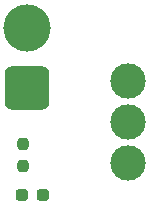
<source format=gts>
G04 #@! TF.GenerationSoftware,KiCad,Pcbnew,9.0.2-9.0.2-0~ubuntu24.04.1*
G04 #@! TF.CreationDate,2025-06-11T11:10:21+02:00*
G04 #@! TF.ProjectId,PCB_Affichage,5043425f-4166-4666-9963-686167652e6b,rev?*
G04 #@! TF.SameCoordinates,Original*
G04 #@! TF.FileFunction,Soldermask,Top*
G04 #@! TF.FilePolarity,Negative*
%FSLAX46Y46*%
G04 Gerber Fmt 4.6, Leading zero omitted, Abs format (unit mm)*
G04 Created by KiCad (PCBNEW 9.0.2-9.0.2-0~ubuntu24.04.1) date 2025-06-11 11:10:21*
%MOMM*%
%LPD*%
G01*
G04 APERTURE LIST*
G04 Aperture macros list*
%AMRoundRect*
0 Rectangle with rounded corners*
0 $1 Rounding radius*
0 $2 $3 $4 $5 $6 $7 $8 $9 X,Y pos of 4 corners*
0 Add a 4 corners polygon primitive as box body*
4,1,4,$2,$3,$4,$5,$6,$7,$8,$9,$2,$3,0*
0 Add four circle primitives for the rounded corners*
1,1,$1+$1,$2,$3*
1,1,$1+$1,$4,$5*
1,1,$1+$1,$6,$7*
1,1,$1+$1,$8,$9*
0 Add four rect primitives between the rounded corners*
20,1,$1+$1,$2,$3,$4,$5,0*
20,1,$1+$1,$4,$5,$6,$7,0*
20,1,$1+$1,$6,$7,$8,$9,0*
20,1,$1+$1,$8,$9,$2,$3,0*%
G04 Aperture macros list end*
%ADD10RoundRect,0.237500X0.287500X0.237500X-0.287500X0.237500X-0.287500X-0.237500X0.287500X-0.237500X0*%
%ADD11RoundRect,0.237500X-0.237500X0.250000X-0.237500X-0.250000X0.237500X-0.250000X0.237500X0.250000X0*%
%ADD12C,3.000000*%
%ADD13RoundRect,0.760000X1.140000X-1.140000X1.140000X1.140000X-1.140000X1.140000X-1.140000X-1.140000X0*%
%ADD14C,4.000000*%
G04 APERTURE END LIST*
D10*
X92410000Y-70970000D03*
X90660000Y-70970000D03*
D11*
X90750000Y-66615000D03*
X90750000Y-68440000D03*
D12*
X99610000Y-68260000D03*
X99610000Y-64760000D03*
X99610000Y-61260000D03*
D13*
X91100000Y-61830000D03*
D14*
X91100000Y-56830000D03*
M02*

</source>
